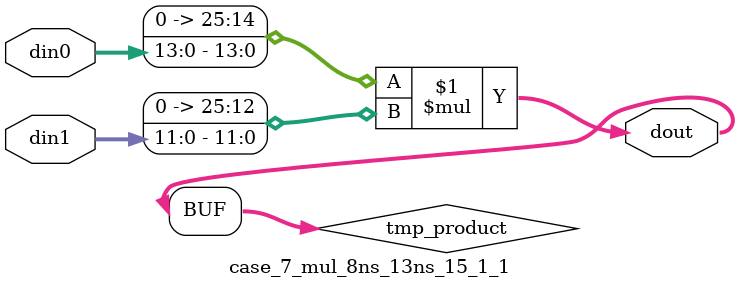
<source format=v>

`timescale 1 ns / 1 ps

 (* use_dsp = "no" *)  module case_7_mul_8ns_13ns_15_1_1(din0, din1, dout);
parameter ID = 1;
parameter NUM_STAGE = 0;
parameter din0_WIDTH = 14;
parameter din1_WIDTH = 12;
parameter dout_WIDTH = 26;

input [din0_WIDTH - 1 : 0] din0; 
input [din1_WIDTH - 1 : 0] din1; 
output [dout_WIDTH - 1 : 0] dout;

wire signed [dout_WIDTH - 1 : 0] tmp_product;
























assign tmp_product = $signed({1'b0, din0}) * $signed({1'b0, din1});











assign dout = tmp_product;





















endmodule

</source>
